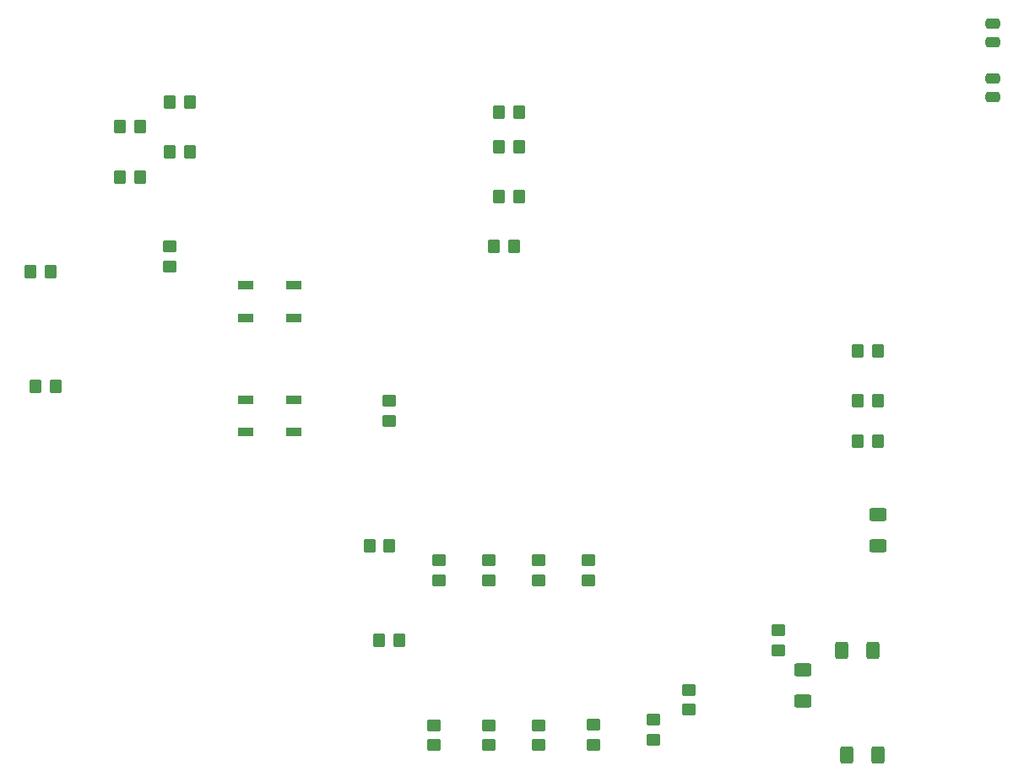
<source format=gbr>
%TF.GenerationSoftware,KiCad,Pcbnew,8.0.2*%
%TF.CreationDate,2024-05-06T20:09:05+02:00*%
%TF.ProjectId,sNs-Block,734e732d-426c-46f6-936b-2e6b69636164,rev?*%
%TF.SameCoordinates,Original*%
%TF.FileFunction,Paste,Top*%
%TF.FilePolarity,Positive*%
%FSLAX46Y46*%
G04 Gerber Fmt 4.6, Leading zero omitted, Abs format (unit mm)*
G04 Created by KiCad (PCBNEW 8.0.2) date 2024-05-06 20:09:05*
%MOMM*%
%LPD*%
G01*
G04 APERTURE LIST*
G04 Aperture macros list*
%AMRoundRect*
0 Rectangle with rounded corners*
0 $1 Rounding radius*
0 $2 $3 $4 $5 $6 $7 $8 $9 X,Y pos of 4 corners*
0 Add a 4 corners polygon primitive as box body*
4,1,4,$2,$3,$4,$5,$6,$7,$8,$9,$2,$3,0*
0 Add four circle primitives for the rounded corners*
1,1,$1+$1,$2,$3*
1,1,$1+$1,$4,$5*
1,1,$1+$1,$6,$7*
1,1,$1+$1,$8,$9*
0 Add four rect primitives between the rounded corners*
20,1,$1+$1,$2,$3,$4,$5,0*
20,1,$1+$1,$4,$5,$6,$7,0*
20,1,$1+$1,$6,$7,$8,$9,0*
20,1,$1+$1,$8,$9,$2,$3,0*%
G04 Aperture macros list end*
%ADD10RoundRect,0.250000X-0.475000X0.250000X-0.475000X-0.250000X0.475000X-0.250000X0.475000X0.250000X0*%
%ADD11RoundRect,0.250000X0.350000X0.450000X-0.350000X0.450000X-0.350000X-0.450000X0.350000X-0.450000X0*%
%ADD12RoundRect,0.250000X-0.400000X-0.625000X0.400000X-0.625000X0.400000X0.625000X-0.400000X0.625000X0*%
%ADD13RoundRect,0.250000X0.450000X-0.350000X0.450000X0.350000X-0.450000X0.350000X-0.450000X-0.350000X0*%
%ADD14RoundRect,0.250000X-0.350000X-0.450000X0.350000X-0.450000X0.350000X0.450000X-0.350000X0.450000X0*%
%ADD15R,1.500000X0.900000*%
%ADD16RoundRect,0.250000X-0.450000X0.350000X-0.450000X-0.350000X0.450000X-0.350000X0.450000X0.350000X0*%
%ADD17RoundRect,0.250000X0.625000X-0.400000X0.625000X0.400000X-0.625000X0.400000X-0.625000X-0.400000X0*%
G04 APERTURE END LIST*
D10*
%TO.C,C2*%
X178500000Y-19600000D03*
X178500000Y-21500000D03*
%TD*%
%TO.C,C1*%
X178500000Y-25100000D03*
X178500000Y-27000000D03*
%TD*%
D11*
%TO.C,R24*%
X167000000Y-52500000D03*
X165000000Y-52500000D03*
%TD*%
D12*
%TO.C,R26*%
X163400000Y-82500000D03*
X166500000Y-82500000D03*
%TD*%
D11*
%TO.C,R20*%
X167000000Y-57500000D03*
X165000000Y-57500000D03*
%TD*%
D13*
%TO.C,R10*%
X128000000Y-92050000D03*
X128000000Y-90050000D03*
%TD*%
%TO.C,R9*%
X122500000Y-92050000D03*
X122500000Y-90050000D03*
%TD*%
%TO.C,R14*%
X128000000Y-75500000D03*
X128000000Y-73500000D03*
%TD*%
D14*
%TO.C,R5*%
X129000000Y-28500000D03*
X131000000Y-28500000D03*
%TD*%
D11*
%TO.C,R29*%
X98000000Y-27500000D03*
X96000000Y-27500000D03*
%TD*%
D14*
%TO.C,R8*%
X128500000Y-42000000D03*
X130500000Y-42000000D03*
%TD*%
D11*
%TO.C,R32*%
X93000000Y-35000000D03*
X91000000Y-35000000D03*
%TD*%
D13*
%TO.C,R11*%
X133000000Y-92050000D03*
X133000000Y-90050000D03*
%TD*%
D14*
%TO.C,R4*%
X82500000Y-56000000D03*
X84500000Y-56000000D03*
%TD*%
%TO.C,R7*%
X129000000Y-37000000D03*
X131000000Y-37000000D03*
%TD*%
D11*
%TO.C,R31*%
X98000000Y-32500000D03*
X96000000Y-32500000D03*
%TD*%
D15*
%TO.C,D1*%
X103550000Y-45850000D03*
X103550000Y-49150000D03*
X108450000Y-49150000D03*
X108450000Y-45850000D03*
%TD*%
D13*
%TO.C,R19*%
X148000000Y-88500000D03*
X148000000Y-86500000D03*
%TD*%
D15*
%TO.C,D2*%
X103550000Y-57350000D03*
X103550000Y-60650000D03*
X108450000Y-60650000D03*
X108450000Y-57350000D03*
%TD*%
D13*
%TO.C,R3*%
X118000000Y-59500000D03*
X118000000Y-57500000D03*
%TD*%
%TO.C,R13*%
X123000000Y-75500000D03*
X123000000Y-73500000D03*
%TD*%
%TO.C,R18*%
X144500000Y-91500000D03*
X144500000Y-89500000D03*
%TD*%
%TO.C,R12*%
X138500000Y-92000000D03*
X138500000Y-90000000D03*
%TD*%
D16*
%TO.C,R21*%
X157000000Y-80500000D03*
X157000000Y-82500000D03*
%TD*%
D17*
%TO.C,R27*%
X159500000Y-87600000D03*
X159500000Y-84500000D03*
%TD*%
D14*
%TO.C,R6*%
X129000000Y-32000000D03*
X131000000Y-32000000D03*
%TD*%
D12*
%TO.C,R28*%
X163900000Y-93000000D03*
X167000000Y-93000000D03*
%TD*%
D11*
%TO.C,R22*%
X167000000Y-61500000D03*
X165000000Y-61500000D03*
%TD*%
D14*
%TO.C,R17*%
X117000000Y-81500000D03*
X119000000Y-81500000D03*
%TD*%
D13*
%TO.C,R16*%
X138000000Y-75500000D03*
X138000000Y-73500000D03*
%TD*%
%TO.C,R15*%
X133000000Y-75500000D03*
X133000000Y-73500000D03*
%TD*%
D11*
%TO.C,R30*%
X93000000Y-30000000D03*
X91000000Y-30000000D03*
%TD*%
D13*
%TO.C,R1*%
X96000000Y-44000000D03*
X96000000Y-42000000D03*
%TD*%
D14*
%TO.C,R2*%
X82000000Y-44500000D03*
X84000000Y-44500000D03*
%TD*%
%TO.C,R23*%
X116000000Y-72000000D03*
X118000000Y-72000000D03*
%TD*%
D17*
%TO.C,R25*%
X167000000Y-72000000D03*
X167000000Y-68900000D03*
%TD*%
M02*

</source>
